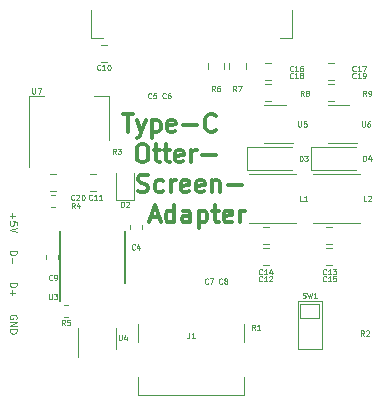
<source format=gto>
G04 #@! TF.GenerationSoftware,KiCad,Pcbnew,5.1.4+dfsg1-1*
G04 #@! TF.CreationDate,2019-12-22T00:43:44+01:00*
G04 #@! TF.ProjectId,USB-C-Screen-Adapter-LDR6023SS,5553422d-432d-4536-9372-65656e2d4164,rev?*
G04 #@! TF.SameCoordinates,Original*
G04 #@! TF.FileFunction,Legend,Top*
G04 #@! TF.FilePolarity,Positive*
%FSLAX46Y46*%
G04 Gerber Fmt 4.6, Leading zero omitted, Abs format (unit mm)*
G04 Created by KiCad (PCBNEW 5.1.4+dfsg1-1) date 2019-12-22 00:43:44*
%MOMM*%
%LPD*%
G04 APERTURE LIST*
%ADD10C,0.100000*%
%ADD11C,0.300000*%
%ADD12C,0.120000*%
%ADD13C,0.150000*%
G04 APERTURE END LIST*
D10*
X100357142Y-120114285D02*
X100357142Y-120571428D01*
X100128571Y-120342857D02*
X100585714Y-120342857D01*
X100728571Y-121142857D02*
X100728571Y-120857142D01*
X100442857Y-120828571D01*
X100471428Y-120857142D01*
X100500000Y-120914285D01*
X100500000Y-121057142D01*
X100471428Y-121114285D01*
X100442857Y-121142857D01*
X100385714Y-121171428D01*
X100242857Y-121171428D01*
X100185714Y-121142857D01*
X100157142Y-121114285D01*
X100128571Y-121057142D01*
X100128571Y-120914285D01*
X100157142Y-120857142D01*
X100185714Y-120828571D01*
X100728571Y-121342857D02*
X100128571Y-121542857D01*
X100728571Y-121742857D01*
X100128571Y-123314285D02*
X100728571Y-123314285D01*
X100728571Y-123457142D01*
X100700000Y-123542857D01*
X100642857Y-123600000D01*
X100585714Y-123628571D01*
X100471428Y-123657142D01*
X100385714Y-123657142D01*
X100271428Y-123628571D01*
X100214285Y-123600000D01*
X100157142Y-123542857D01*
X100128571Y-123457142D01*
X100128571Y-123314285D01*
X100357142Y-123914285D02*
X100357142Y-124371428D01*
X100128571Y-126028571D02*
X100728571Y-126028571D01*
X100728571Y-126171428D01*
X100700000Y-126257142D01*
X100642857Y-126314285D01*
X100585714Y-126342857D01*
X100471428Y-126371428D01*
X100385714Y-126371428D01*
X100271428Y-126342857D01*
X100214285Y-126314285D01*
X100157142Y-126257142D01*
X100128571Y-126171428D01*
X100128571Y-126028571D01*
X100357142Y-126628571D02*
X100357142Y-127085714D01*
X100128571Y-126857142D02*
X100585714Y-126857142D01*
X100700000Y-129057142D02*
X100728571Y-129000000D01*
X100728571Y-128914285D01*
X100700000Y-128828571D01*
X100642857Y-128771428D01*
X100585714Y-128742857D01*
X100471428Y-128714285D01*
X100385714Y-128714285D01*
X100271428Y-128742857D01*
X100214285Y-128771428D01*
X100157142Y-128828571D01*
X100128571Y-128914285D01*
X100128571Y-128971428D01*
X100157142Y-129057142D01*
X100185714Y-129085714D01*
X100385714Y-129085714D01*
X100385714Y-128971428D01*
X100128571Y-129342857D02*
X100728571Y-129342857D01*
X100128571Y-129685714D01*
X100728571Y-129685714D01*
X100128571Y-129971428D02*
X100728571Y-129971428D01*
X100728571Y-130114285D01*
X100700000Y-130200000D01*
X100642857Y-130257142D01*
X100585714Y-130285714D01*
X100471428Y-130314285D01*
X100385714Y-130314285D01*
X100271428Y-130285714D01*
X100214285Y-130257142D01*
X100157142Y-130200000D01*
X100128571Y-130114285D01*
X100128571Y-129971428D01*
D11*
X109700000Y-111753571D02*
X110557142Y-111753571D01*
X110128571Y-113253571D02*
X110128571Y-111753571D01*
X110914285Y-112253571D02*
X111271428Y-113253571D01*
X111628571Y-112253571D02*
X111271428Y-113253571D01*
X111128571Y-113610714D01*
X111057142Y-113682142D01*
X110914285Y-113753571D01*
X112200000Y-112253571D02*
X112200000Y-113753571D01*
X112200000Y-112325000D02*
X112342857Y-112253571D01*
X112628571Y-112253571D01*
X112771428Y-112325000D01*
X112842857Y-112396428D01*
X112914285Y-112539285D01*
X112914285Y-112967857D01*
X112842857Y-113110714D01*
X112771428Y-113182142D01*
X112628571Y-113253571D01*
X112342857Y-113253571D01*
X112200000Y-113182142D01*
X114128571Y-113182142D02*
X113985714Y-113253571D01*
X113700000Y-113253571D01*
X113557142Y-113182142D01*
X113485714Y-113039285D01*
X113485714Y-112467857D01*
X113557142Y-112325000D01*
X113700000Y-112253571D01*
X113985714Y-112253571D01*
X114128571Y-112325000D01*
X114200000Y-112467857D01*
X114200000Y-112610714D01*
X113485714Y-112753571D01*
X114842857Y-112682142D02*
X115985714Y-112682142D01*
X117557142Y-113110714D02*
X117485714Y-113182142D01*
X117271428Y-113253571D01*
X117128571Y-113253571D01*
X116914285Y-113182142D01*
X116771428Y-113039285D01*
X116700000Y-112896428D01*
X116628571Y-112610714D01*
X116628571Y-112396428D01*
X116700000Y-112110714D01*
X116771428Y-111967857D01*
X116914285Y-111825000D01*
X117128571Y-111753571D01*
X117271428Y-111753571D01*
X117485714Y-111825000D01*
X117557142Y-111896428D01*
X111235714Y-114303571D02*
X111521428Y-114303571D01*
X111664285Y-114375000D01*
X111807142Y-114517857D01*
X111878571Y-114803571D01*
X111878571Y-115303571D01*
X111807142Y-115589285D01*
X111664285Y-115732142D01*
X111521428Y-115803571D01*
X111235714Y-115803571D01*
X111092857Y-115732142D01*
X110950000Y-115589285D01*
X110878571Y-115303571D01*
X110878571Y-114803571D01*
X110950000Y-114517857D01*
X111092857Y-114375000D01*
X111235714Y-114303571D01*
X112307142Y-114803571D02*
X112878571Y-114803571D01*
X112521428Y-114303571D02*
X112521428Y-115589285D01*
X112592857Y-115732142D01*
X112735714Y-115803571D01*
X112878571Y-115803571D01*
X113164285Y-114803571D02*
X113735714Y-114803571D01*
X113378571Y-114303571D02*
X113378571Y-115589285D01*
X113450000Y-115732142D01*
X113592857Y-115803571D01*
X113735714Y-115803571D01*
X114807142Y-115732142D02*
X114664285Y-115803571D01*
X114378571Y-115803571D01*
X114235714Y-115732142D01*
X114164285Y-115589285D01*
X114164285Y-115017857D01*
X114235714Y-114875000D01*
X114378571Y-114803571D01*
X114664285Y-114803571D01*
X114807142Y-114875000D01*
X114878571Y-115017857D01*
X114878571Y-115160714D01*
X114164285Y-115303571D01*
X115521428Y-115803571D02*
X115521428Y-114803571D01*
X115521428Y-115089285D02*
X115592857Y-114946428D01*
X115664285Y-114875000D01*
X115807142Y-114803571D01*
X115950000Y-114803571D01*
X116450000Y-115232142D02*
X117592857Y-115232142D01*
X110985714Y-118282142D02*
X111200000Y-118353571D01*
X111557142Y-118353571D01*
X111700000Y-118282142D01*
X111771428Y-118210714D01*
X111842857Y-118067857D01*
X111842857Y-117925000D01*
X111771428Y-117782142D01*
X111700000Y-117710714D01*
X111557142Y-117639285D01*
X111271428Y-117567857D01*
X111128571Y-117496428D01*
X111057142Y-117425000D01*
X110985714Y-117282142D01*
X110985714Y-117139285D01*
X111057142Y-116996428D01*
X111128571Y-116925000D01*
X111271428Y-116853571D01*
X111628571Y-116853571D01*
X111842857Y-116925000D01*
X113128571Y-118282142D02*
X112985714Y-118353571D01*
X112700000Y-118353571D01*
X112557142Y-118282142D01*
X112485714Y-118210714D01*
X112414285Y-118067857D01*
X112414285Y-117639285D01*
X112485714Y-117496428D01*
X112557142Y-117425000D01*
X112700000Y-117353571D01*
X112985714Y-117353571D01*
X113128571Y-117425000D01*
X113771428Y-118353571D02*
X113771428Y-117353571D01*
X113771428Y-117639285D02*
X113842857Y-117496428D01*
X113914285Y-117425000D01*
X114057142Y-117353571D01*
X114200000Y-117353571D01*
X115271428Y-118282142D02*
X115128571Y-118353571D01*
X114842857Y-118353571D01*
X114700000Y-118282142D01*
X114628571Y-118139285D01*
X114628571Y-117567857D01*
X114700000Y-117425000D01*
X114842857Y-117353571D01*
X115128571Y-117353571D01*
X115271428Y-117425000D01*
X115342857Y-117567857D01*
X115342857Y-117710714D01*
X114628571Y-117853571D01*
X116557142Y-118282142D02*
X116414285Y-118353571D01*
X116128571Y-118353571D01*
X115985714Y-118282142D01*
X115914285Y-118139285D01*
X115914285Y-117567857D01*
X115985714Y-117425000D01*
X116128571Y-117353571D01*
X116414285Y-117353571D01*
X116557142Y-117425000D01*
X116628571Y-117567857D01*
X116628571Y-117710714D01*
X115914285Y-117853571D01*
X117271428Y-117353571D02*
X117271428Y-118353571D01*
X117271428Y-117496428D02*
X117342857Y-117425000D01*
X117485714Y-117353571D01*
X117700000Y-117353571D01*
X117842857Y-117425000D01*
X117914285Y-117567857D01*
X117914285Y-118353571D01*
X118628571Y-117782142D02*
X119771428Y-117782142D01*
X112057142Y-120475000D02*
X112771428Y-120475000D01*
X111914285Y-120903571D02*
X112414285Y-119403571D01*
X112914285Y-120903571D01*
X114057142Y-120903571D02*
X114057142Y-119403571D01*
X114057142Y-120832142D02*
X113914285Y-120903571D01*
X113628571Y-120903571D01*
X113485714Y-120832142D01*
X113414285Y-120760714D01*
X113342857Y-120617857D01*
X113342857Y-120189285D01*
X113414285Y-120046428D01*
X113485714Y-119975000D01*
X113628571Y-119903571D01*
X113914285Y-119903571D01*
X114057142Y-119975000D01*
X115414285Y-120903571D02*
X115414285Y-120117857D01*
X115342857Y-119975000D01*
X115200000Y-119903571D01*
X114914285Y-119903571D01*
X114771428Y-119975000D01*
X115414285Y-120832142D02*
X115271428Y-120903571D01*
X114914285Y-120903571D01*
X114771428Y-120832142D01*
X114700000Y-120689285D01*
X114700000Y-120546428D01*
X114771428Y-120403571D01*
X114914285Y-120332142D01*
X115271428Y-120332142D01*
X115414285Y-120260714D01*
X116128571Y-119903571D02*
X116128571Y-121403571D01*
X116128571Y-119975000D02*
X116271428Y-119903571D01*
X116557142Y-119903571D01*
X116700000Y-119975000D01*
X116771428Y-120046428D01*
X116842857Y-120189285D01*
X116842857Y-120617857D01*
X116771428Y-120760714D01*
X116700000Y-120832142D01*
X116557142Y-120903571D01*
X116271428Y-120903571D01*
X116128571Y-120832142D01*
X117271428Y-119903571D02*
X117842857Y-119903571D01*
X117485714Y-119403571D02*
X117485714Y-120689285D01*
X117557142Y-120832142D01*
X117700000Y-120903571D01*
X117842857Y-120903571D01*
X118914285Y-120832142D02*
X118771428Y-120903571D01*
X118485714Y-120903571D01*
X118342857Y-120832142D01*
X118271428Y-120689285D01*
X118271428Y-120117857D01*
X118342857Y-119975000D01*
X118485714Y-119903571D01*
X118771428Y-119903571D01*
X118914285Y-119975000D01*
X118985714Y-120117857D01*
X118985714Y-120260714D01*
X118271428Y-120403571D01*
X119628571Y-120903571D02*
X119628571Y-119903571D01*
X119628571Y-120189285D02*
X119700000Y-120046428D01*
X119771428Y-119975000D01*
X119914285Y-119903571D01*
X120057142Y-119903571D01*
D10*
X124000000Y-105280000D02*
X123000000Y-105280000D01*
X124000000Y-102930000D02*
X124000000Y-105280000D01*
X107000000Y-105280000D02*
X108000000Y-105280000D01*
X107000000Y-102930000D02*
X107000000Y-105280000D01*
D12*
X124750000Y-129000000D02*
X124750000Y-127800000D01*
X126350000Y-129000000D02*
X124750000Y-129000000D01*
X126350000Y-127800000D02*
X126350000Y-129000000D01*
X124750000Y-127800000D02*
X126350000Y-127800000D01*
X124550000Y-131600000D02*
X124550000Y-127600000D01*
X126550000Y-131600000D02*
X124550000Y-131600000D01*
X126550000Y-127600000D02*
X126550000Y-131600000D01*
X124550000Y-127600000D02*
X126550000Y-127600000D01*
X101750000Y-116210000D02*
X101750000Y-110200000D01*
X108570000Y-113960000D02*
X108570000Y-110200000D01*
X101750000Y-110200000D02*
X103010000Y-110200000D01*
X108570000Y-110200000D02*
X107310000Y-110200000D01*
X127100000Y-114210000D02*
X129550000Y-114210000D01*
X128900000Y-110990000D02*
X127100000Y-110990000D01*
X121700000Y-114210000D02*
X124150000Y-114210000D01*
X123500000Y-110990000D02*
X121700000Y-110990000D01*
X105930000Y-129850000D02*
X105930000Y-132300000D01*
X109150000Y-131650000D02*
X109150000Y-129850000D01*
D13*
X104400000Y-127575000D02*
X104400000Y-121600000D01*
X109925000Y-126000000D02*
X109925000Y-121600000D01*
D12*
X118690000Y-107441422D02*
X118690000Y-107958578D01*
X120110000Y-107441422D02*
X120110000Y-107958578D01*
X116890000Y-107441422D02*
X116890000Y-107958578D01*
X118310000Y-107441422D02*
X118310000Y-107958578D01*
X105062779Y-127890000D02*
X104737221Y-127890000D01*
X105062779Y-128910000D02*
X104737221Y-128910000D01*
X103637221Y-119610000D02*
X103962779Y-119610000D01*
X103637221Y-118590000D02*
X103962779Y-118590000D01*
X125800000Y-121000000D02*
X129800000Y-121000000D01*
X125800000Y-116800000D02*
X129800000Y-116800000D01*
X120400000Y-121000000D02*
X124400000Y-121000000D01*
X120400000Y-116800000D02*
X124400000Y-116800000D01*
D10*
X120000000Y-131000000D02*
X120000000Y-129500000D01*
X120000000Y-135500000D02*
X120000000Y-134000000D01*
X111000000Y-135500000D02*
X120000000Y-135500000D01*
X111000000Y-134000000D02*
X111000000Y-135500000D01*
X111000000Y-129500000D02*
X111000000Y-131000000D01*
D12*
X125600000Y-114500000D02*
X129450000Y-114500000D01*
X125600000Y-116500000D02*
X129450000Y-116500000D01*
X125600000Y-114500000D02*
X125600000Y-116500000D01*
X120200000Y-114500000D02*
X124050000Y-114500000D01*
X120200000Y-116500000D02*
X124050000Y-116500000D01*
X120200000Y-114500000D02*
X120200000Y-116500000D01*
X110635000Y-118985000D02*
X110635000Y-116700000D01*
X109165000Y-118985000D02*
X110635000Y-118985000D01*
X109165000Y-116700000D02*
X109165000Y-118985000D01*
X104058578Y-116790000D02*
X103541422Y-116790000D01*
X104058578Y-118210000D02*
X103541422Y-118210000D01*
X127041422Y-110610000D02*
X127558578Y-110610000D01*
X127041422Y-109190000D02*
X127558578Y-109190000D01*
X121741422Y-110610000D02*
X122258578Y-110610000D01*
X121741422Y-109190000D02*
X122258578Y-109190000D01*
X127041422Y-108810000D02*
X127558578Y-108810000D01*
X127041422Y-107390000D02*
X127558578Y-107390000D01*
X121741422Y-108810000D02*
X122258578Y-108810000D01*
X121741422Y-107390000D02*
X122258578Y-107390000D01*
X126941422Y-124510000D02*
X127458578Y-124510000D01*
X126941422Y-123090000D02*
X127458578Y-123090000D01*
X121541422Y-122710000D02*
X122058578Y-122710000D01*
X121541422Y-121290000D02*
X122058578Y-121290000D01*
X126941422Y-122710000D02*
X127458578Y-122710000D01*
X126941422Y-121290000D02*
X127458578Y-121290000D01*
X121541422Y-124510000D02*
X122058578Y-124510000D01*
X121541422Y-123090000D02*
X122058578Y-123090000D01*
X106941422Y-118210000D02*
X107458578Y-118210000D01*
X106941422Y-116790000D02*
X107458578Y-116790000D01*
X108358578Y-105910000D02*
X107841422Y-105910000D01*
X108358578Y-107330000D02*
X107841422Y-107330000D01*
X103240000Y-123687221D02*
X103240000Y-124012779D01*
X104260000Y-123687221D02*
X104260000Y-124012779D01*
X110290000Y-121137221D02*
X110290000Y-121462779D01*
X111310000Y-121137221D02*
X111310000Y-121462779D01*
D10*
X124925000Y-127282142D02*
X124989285Y-127303571D01*
X125096428Y-127303571D01*
X125139285Y-127282142D01*
X125160714Y-127260714D01*
X125182142Y-127217857D01*
X125182142Y-127175000D01*
X125160714Y-127132142D01*
X125139285Y-127110714D01*
X125096428Y-127089285D01*
X125010714Y-127067857D01*
X124967857Y-127046428D01*
X124946428Y-127025000D01*
X124925000Y-126982142D01*
X124925000Y-126939285D01*
X124946428Y-126896428D01*
X124967857Y-126875000D01*
X125010714Y-126853571D01*
X125117857Y-126853571D01*
X125182142Y-126875000D01*
X125332142Y-126853571D02*
X125439285Y-127303571D01*
X125525000Y-126982142D01*
X125610714Y-127303571D01*
X125717857Y-126853571D01*
X126125000Y-127303571D02*
X125867857Y-127303571D01*
X125996428Y-127303571D02*
X125996428Y-126853571D01*
X125953571Y-126917857D01*
X125910714Y-126960714D01*
X125867857Y-126982142D01*
X130325000Y-110203571D02*
X130175000Y-109989285D01*
X130067857Y-110203571D02*
X130067857Y-109753571D01*
X130239285Y-109753571D01*
X130282142Y-109775000D01*
X130303571Y-109796428D01*
X130325000Y-109839285D01*
X130325000Y-109903571D01*
X130303571Y-109946428D01*
X130282142Y-109967857D01*
X130239285Y-109989285D01*
X130067857Y-109989285D01*
X130539285Y-110203571D02*
X130625000Y-110203571D01*
X130667857Y-110182142D01*
X130689285Y-110160714D01*
X130732142Y-110096428D01*
X130753571Y-110010714D01*
X130753571Y-109839285D01*
X130732142Y-109796428D01*
X130710714Y-109775000D01*
X130667857Y-109753571D01*
X130582142Y-109753571D01*
X130539285Y-109775000D01*
X130517857Y-109796428D01*
X130496428Y-109839285D01*
X130496428Y-109946428D01*
X130517857Y-109989285D01*
X130539285Y-110010714D01*
X130582142Y-110032142D01*
X130667857Y-110032142D01*
X130710714Y-110010714D01*
X130732142Y-109989285D01*
X130753571Y-109946428D01*
X125025000Y-110203571D02*
X124875000Y-109989285D01*
X124767857Y-110203571D02*
X124767857Y-109753571D01*
X124939285Y-109753571D01*
X124982142Y-109775000D01*
X125003571Y-109796428D01*
X125025000Y-109839285D01*
X125025000Y-109903571D01*
X125003571Y-109946428D01*
X124982142Y-109967857D01*
X124939285Y-109989285D01*
X124767857Y-109989285D01*
X125282142Y-109946428D02*
X125239285Y-109925000D01*
X125217857Y-109903571D01*
X125196428Y-109860714D01*
X125196428Y-109839285D01*
X125217857Y-109796428D01*
X125239285Y-109775000D01*
X125282142Y-109753571D01*
X125367857Y-109753571D01*
X125410714Y-109775000D01*
X125432142Y-109796428D01*
X125453571Y-109839285D01*
X125453571Y-109860714D01*
X125432142Y-109903571D01*
X125410714Y-109925000D01*
X125367857Y-109946428D01*
X125282142Y-109946428D01*
X125239285Y-109967857D01*
X125217857Y-109989285D01*
X125196428Y-110032142D01*
X125196428Y-110117857D01*
X125217857Y-110160714D01*
X125239285Y-110182142D01*
X125282142Y-110203571D01*
X125367857Y-110203571D01*
X125410714Y-110182142D01*
X125432142Y-110160714D01*
X125453571Y-110117857D01*
X125453571Y-110032142D01*
X125432142Y-109989285D01*
X125410714Y-109967857D01*
X125367857Y-109946428D01*
X130125000Y-130503571D02*
X129975000Y-130289285D01*
X129867857Y-130503571D02*
X129867857Y-130053571D01*
X130039285Y-130053571D01*
X130082142Y-130075000D01*
X130103571Y-130096428D01*
X130125000Y-130139285D01*
X130125000Y-130203571D01*
X130103571Y-130246428D01*
X130082142Y-130267857D01*
X130039285Y-130289285D01*
X129867857Y-130289285D01*
X130296428Y-130096428D02*
X130317857Y-130075000D01*
X130360714Y-130053571D01*
X130467857Y-130053571D01*
X130510714Y-130075000D01*
X130532142Y-130096428D01*
X130553571Y-130139285D01*
X130553571Y-130182142D01*
X130532142Y-130246428D01*
X130275000Y-130503571D01*
X130553571Y-130503571D01*
X120925000Y-130003571D02*
X120775000Y-129789285D01*
X120667857Y-130003571D02*
X120667857Y-129553571D01*
X120839285Y-129553571D01*
X120882142Y-129575000D01*
X120903571Y-129596428D01*
X120925000Y-129639285D01*
X120925000Y-129703571D01*
X120903571Y-129746428D01*
X120882142Y-129767857D01*
X120839285Y-129789285D01*
X120667857Y-129789285D01*
X121353571Y-130003571D02*
X121096428Y-130003571D01*
X121225000Y-130003571D02*
X121225000Y-129553571D01*
X121182142Y-129617857D01*
X121139285Y-129660714D01*
X121096428Y-129682142D01*
X102057142Y-109553571D02*
X102057142Y-109917857D01*
X102078571Y-109960714D01*
X102100000Y-109982142D01*
X102142857Y-110003571D01*
X102228571Y-110003571D01*
X102271428Y-109982142D01*
X102292857Y-109960714D01*
X102314285Y-109917857D01*
X102314285Y-109553571D01*
X102485714Y-109553571D02*
X102785714Y-109553571D01*
X102592857Y-110003571D01*
X129957142Y-112353571D02*
X129957142Y-112717857D01*
X129978571Y-112760714D01*
X130000000Y-112782142D01*
X130042857Y-112803571D01*
X130128571Y-112803571D01*
X130171428Y-112782142D01*
X130192857Y-112760714D01*
X130214285Y-112717857D01*
X130214285Y-112353571D01*
X130621428Y-112353571D02*
X130535714Y-112353571D01*
X130492857Y-112375000D01*
X130471428Y-112396428D01*
X130428571Y-112460714D01*
X130407142Y-112546428D01*
X130407142Y-112717857D01*
X130428571Y-112760714D01*
X130450000Y-112782142D01*
X130492857Y-112803571D01*
X130578571Y-112803571D01*
X130621428Y-112782142D01*
X130642857Y-112760714D01*
X130664285Y-112717857D01*
X130664285Y-112610714D01*
X130642857Y-112567857D01*
X130621428Y-112546428D01*
X130578571Y-112525000D01*
X130492857Y-112525000D01*
X130450000Y-112546428D01*
X130428571Y-112567857D01*
X130407142Y-112610714D01*
X124557142Y-112353571D02*
X124557142Y-112717857D01*
X124578571Y-112760714D01*
X124600000Y-112782142D01*
X124642857Y-112803571D01*
X124728571Y-112803571D01*
X124771428Y-112782142D01*
X124792857Y-112760714D01*
X124814285Y-112717857D01*
X124814285Y-112353571D01*
X125242857Y-112353571D02*
X125028571Y-112353571D01*
X125007142Y-112567857D01*
X125028571Y-112546428D01*
X125071428Y-112525000D01*
X125178571Y-112525000D01*
X125221428Y-112546428D01*
X125242857Y-112567857D01*
X125264285Y-112610714D01*
X125264285Y-112717857D01*
X125242857Y-112760714D01*
X125221428Y-112782142D01*
X125178571Y-112803571D01*
X125071428Y-112803571D01*
X125028571Y-112782142D01*
X125007142Y-112760714D01*
X109357142Y-130453571D02*
X109357142Y-130817857D01*
X109378571Y-130860714D01*
X109400000Y-130882142D01*
X109442857Y-130903571D01*
X109528571Y-130903571D01*
X109571428Y-130882142D01*
X109592857Y-130860714D01*
X109614285Y-130817857D01*
X109614285Y-130453571D01*
X110021428Y-130603571D02*
X110021428Y-130903571D01*
X109914285Y-130432142D02*
X109807142Y-130753571D01*
X110085714Y-130753571D01*
X103457142Y-126953571D02*
X103457142Y-127317857D01*
X103478571Y-127360714D01*
X103500000Y-127382142D01*
X103542857Y-127403571D01*
X103628571Y-127403571D01*
X103671428Y-127382142D01*
X103692857Y-127360714D01*
X103714285Y-127317857D01*
X103714285Y-126953571D01*
X103885714Y-126953571D02*
X104164285Y-126953571D01*
X104014285Y-127125000D01*
X104078571Y-127125000D01*
X104121428Y-127146428D01*
X104142857Y-127167857D01*
X104164285Y-127210714D01*
X104164285Y-127317857D01*
X104142857Y-127360714D01*
X104121428Y-127382142D01*
X104078571Y-127403571D01*
X103950000Y-127403571D01*
X103907142Y-127382142D01*
X103885714Y-127360714D01*
X119325000Y-109803571D02*
X119175000Y-109589285D01*
X119067857Y-109803571D02*
X119067857Y-109353571D01*
X119239285Y-109353571D01*
X119282142Y-109375000D01*
X119303571Y-109396428D01*
X119325000Y-109439285D01*
X119325000Y-109503571D01*
X119303571Y-109546428D01*
X119282142Y-109567857D01*
X119239285Y-109589285D01*
X119067857Y-109589285D01*
X119475000Y-109353571D02*
X119775000Y-109353571D01*
X119582142Y-109803571D01*
X117525000Y-109803571D02*
X117375000Y-109589285D01*
X117267857Y-109803571D02*
X117267857Y-109353571D01*
X117439285Y-109353571D01*
X117482142Y-109375000D01*
X117503571Y-109396428D01*
X117525000Y-109439285D01*
X117525000Y-109503571D01*
X117503571Y-109546428D01*
X117482142Y-109567857D01*
X117439285Y-109589285D01*
X117267857Y-109589285D01*
X117910714Y-109353571D02*
X117825000Y-109353571D01*
X117782142Y-109375000D01*
X117760714Y-109396428D01*
X117717857Y-109460714D01*
X117696428Y-109546428D01*
X117696428Y-109717857D01*
X117717857Y-109760714D01*
X117739285Y-109782142D01*
X117782142Y-109803571D01*
X117867857Y-109803571D01*
X117910714Y-109782142D01*
X117932142Y-109760714D01*
X117953571Y-109717857D01*
X117953571Y-109610714D01*
X117932142Y-109567857D01*
X117910714Y-109546428D01*
X117867857Y-109525000D01*
X117782142Y-109525000D01*
X117739285Y-109546428D01*
X117717857Y-109567857D01*
X117696428Y-109610714D01*
X104825000Y-129603571D02*
X104675000Y-129389285D01*
X104567857Y-129603571D02*
X104567857Y-129153571D01*
X104739285Y-129153571D01*
X104782142Y-129175000D01*
X104803571Y-129196428D01*
X104825000Y-129239285D01*
X104825000Y-129303571D01*
X104803571Y-129346428D01*
X104782142Y-129367857D01*
X104739285Y-129389285D01*
X104567857Y-129389285D01*
X105232142Y-129153571D02*
X105017857Y-129153571D01*
X104996428Y-129367857D01*
X105017857Y-129346428D01*
X105060714Y-129325000D01*
X105167857Y-129325000D01*
X105210714Y-129346428D01*
X105232142Y-129367857D01*
X105253571Y-129410714D01*
X105253571Y-129517857D01*
X105232142Y-129560714D01*
X105210714Y-129582142D01*
X105167857Y-129603571D01*
X105060714Y-129603571D01*
X105017857Y-129582142D01*
X104996428Y-129560714D01*
X105625000Y-119703571D02*
X105475000Y-119489285D01*
X105367857Y-119703571D02*
X105367857Y-119253571D01*
X105539285Y-119253571D01*
X105582142Y-119275000D01*
X105603571Y-119296428D01*
X105625000Y-119339285D01*
X105625000Y-119403571D01*
X105603571Y-119446428D01*
X105582142Y-119467857D01*
X105539285Y-119489285D01*
X105367857Y-119489285D01*
X106010714Y-119403571D02*
X106010714Y-119703571D01*
X105903571Y-119232142D02*
X105796428Y-119553571D01*
X106075000Y-119553571D01*
X109125000Y-115103571D02*
X108975000Y-114889285D01*
X108867857Y-115103571D02*
X108867857Y-114653571D01*
X109039285Y-114653571D01*
X109082142Y-114675000D01*
X109103571Y-114696428D01*
X109125000Y-114739285D01*
X109125000Y-114803571D01*
X109103571Y-114846428D01*
X109082142Y-114867857D01*
X109039285Y-114889285D01*
X108867857Y-114889285D01*
X109275000Y-114653571D02*
X109553571Y-114653571D01*
X109403571Y-114825000D01*
X109467857Y-114825000D01*
X109510714Y-114846428D01*
X109532142Y-114867857D01*
X109553571Y-114910714D01*
X109553571Y-115017857D01*
X109532142Y-115060714D01*
X109510714Y-115082142D01*
X109467857Y-115103571D01*
X109339285Y-115103571D01*
X109296428Y-115082142D01*
X109275000Y-115060714D01*
X130325000Y-119103571D02*
X130110714Y-119103571D01*
X130110714Y-118653571D01*
X130453571Y-118696428D02*
X130475000Y-118675000D01*
X130517857Y-118653571D01*
X130625000Y-118653571D01*
X130667857Y-118675000D01*
X130689285Y-118696428D01*
X130710714Y-118739285D01*
X130710714Y-118782142D01*
X130689285Y-118846428D01*
X130432142Y-119103571D01*
X130710714Y-119103571D01*
X124925000Y-119103571D02*
X124710714Y-119103571D01*
X124710714Y-118653571D01*
X125310714Y-119103571D02*
X125053571Y-119103571D01*
X125182142Y-119103571D02*
X125182142Y-118653571D01*
X125139285Y-118717857D01*
X125096428Y-118760714D01*
X125053571Y-118782142D01*
X115350000Y-130253571D02*
X115350000Y-130575000D01*
X115328571Y-130639285D01*
X115285714Y-130682142D01*
X115221428Y-130703571D01*
X115178571Y-130703571D01*
X115800000Y-130703571D02*
X115542857Y-130703571D01*
X115671428Y-130703571D02*
X115671428Y-130253571D01*
X115628571Y-130317857D01*
X115585714Y-130360714D01*
X115542857Y-130382142D01*
X130067857Y-115703571D02*
X130067857Y-115253571D01*
X130175000Y-115253571D01*
X130239285Y-115275000D01*
X130282142Y-115317857D01*
X130303571Y-115360714D01*
X130325000Y-115446428D01*
X130325000Y-115510714D01*
X130303571Y-115596428D01*
X130282142Y-115639285D01*
X130239285Y-115682142D01*
X130175000Y-115703571D01*
X130067857Y-115703571D01*
X130710714Y-115403571D02*
X130710714Y-115703571D01*
X130603571Y-115232142D02*
X130496428Y-115553571D01*
X130775000Y-115553571D01*
X124667857Y-115703571D02*
X124667857Y-115253571D01*
X124775000Y-115253571D01*
X124839285Y-115275000D01*
X124882142Y-115317857D01*
X124903571Y-115360714D01*
X124925000Y-115446428D01*
X124925000Y-115510714D01*
X124903571Y-115596428D01*
X124882142Y-115639285D01*
X124839285Y-115682142D01*
X124775000Y-115703571D01*
X124667857Y-115703571D01*
X125075000Y-115253571D02*
X125353571Y-115253571D01*
X125203571Y-115425000D01*
X125267857Y-115425000D01*
X125310714Y-115446428D01*
X125332142Y-115467857D01*
X125353571Y-115510714D01*
X125353571Y-115617857D01*
X125332142Y-115660714D01*
X125310714Y-115682142D01*
X125267857Y-115703571D01*
X125139285Y-115703571D01*
X125096428Y-115682142D01*
X125075000Y-115660714D01*
X109567857Y-119603571D02*
X109567857Y-119153571D01*
X109675000Y-119153571D01*
X109739285Y-119175000D01*
X109782142Y-119217857D01*
X109803571Y-119260714D01*
X109825000Y-119346428D01*
X109825000Y-119410714D01*
X109803571Y-119496428D01*
X109782142Y-119539285D01*
X109739285Y-119582142D01*
X109675000Y-119603571D01*
X109567857Y-119603571D01*
X109996428Y-119196428D02*
X110017857Y-119175000D01*
X110060714Y-119153571D01*
X110167857Y-119153571D01*
X110210714Y-119175000D01*
X110232142Y-119196428D01*
X110253571Y-119239285D01*
X110253571Y-119282142D01*
X110232142Y-119346428D01*
X109975000Y-119603571D01*
X110253571Y-119603571D01*
X105610714Y-118960714D02*
X105589285Y-118982142D01*
X105525000Y-119003571D01*
X105482142Y-119003571D01*
X105417857Y-118982142D01*
X105375000Y-118939285D01*
X105353571Y-118896428D01*
X105332142Y-118810714D01*
X105332142Y-118746428D01*
X105353571Y-118660714D01*
X105375000Y-118617857D01*
X105417857Y-118575000D01*
X105482142Y-118553571D01*
X105525000Y-118553571D01*
X105589285Y-118575000D01*
X105610714Y-118596428D01*
X105782142Y-118596428D02*
X105803571Y-118575000D01*
X105846428Y-118553571D01*
X105953571Y-118553571D01*
X105996428Y-118575000D01*
X106017857Y-118596428D01*
X106039285Y-118639285D01*
X106039285Y-118682142D01*
X106017857Y-118746428D01*
X105760714Y-119003571D01*
X106039285Y-119003571D01*
X106317857Y-118553571D02*
X106360714Y-118553571D01*
X106403571Y-118575000D01*
X106425000Y-118596428D01*
X106446428Y-118639285D01*
X106467857Y-118725000D01*
X106467857Y-118832142D01*
X106446428Y-118917857D01*
X106425000Y-118960714D01*
X106403571Y-118982142D01*
X106360714Y-119003571D01*
X106317857Y-119003571D01*
X106275000Y-118982142D01*
X106253571Y-118960714D01*
X106232142Y-118917857D01*
X106210714Y-118832142D01*
X106210714Y-118725000D01*
X106232142Y-118639285D01*
X106253571Y-118596428D01*
X106275000Y-118575000D01*
X106317857Y-118553571D01*
X129410714Y-108660714D02*
X129389285Y-108682142D01*
X129325000Y-108703571D01*
X129282142Y-108703571D01*
X129217857Y-108682142D01*
X129175000Y-108639285D01*
X129153571Y-108596428D01*
X129132142Y-108510714D01*
X129132142Y-108446428D01*
X129153571Y-108360714D01*
X129175000Y-108317857D01*
X129217857Y-108275000D01*
X129282142Y-108253571D01*
X129325000Y-108253571D01*
X129389285Y-108275000D01*
X129410714Y-108296428D01*
X129839285Y-108703571D02*
X129582142Y-108703571D01*
X129710714Y-108703571D02*
X129710714Y-108253571D01*
X129667857Y-108317857D01*
X129625000Y-108360714D01*
X129582142Y-108382142D01*
X130053571Y-108703571D02*
X130139285Y-108703571D01*
X130182142Y-108682142D01*
X130203571Y-108660714D01*
X130246428Y-108596428D01*
X130267857Y-108510714D01*
X130267857Y-108339285D01*
X130246428Y-108296428D01*
X130225000Y-108275000D01*
X130182142Y-108253571D01*
X130096428Y-108253571D01*
X130053571Y-108275000D01*
X130032142Y-108296428D01*
X130010714Y-108339285D01*
X130010714Y-108446428D01*
X130032142Y-108489285D01*
X130053571Y-108510714D01*
X130096428Y-108532142D01*
X130182142Y-108532142D01*
X130225000Y-108510714D01*
X130246428Y-108489285D01*
X130267857Y-108446428D01*
X124110714Y-108660714D02*
X124089285Y-108682142D01*
X124025000Y-108703571D01*
X123982142Y-108703571D01*
X123917857Y-108682142D01*
X123875000Y-108639285D01*
X123853571Y-108596428D01*
X123832142Y-108510714D01*
X123832142Y-108446428D01*
X123853571Y-108360714D01*
X123875000Y-108317857D01*
X123917857Y-108275000D01*
X123982142Y-108253571D01*
X124025000Y-108253571D01*
X124089285Y-108275000D01*
X124110714Y-108296428D01*
X124539285Y-108703571D02*
X124282142Y-108703571D01*
X124410714Y-108703571D02*
X124410714Y-108253571D01*
X124367857Y-108317857D01*
X124325000Y-108360714D01*
X124282142Y-108382142D01*
X124796428Y-108446428D02*
X124753571Y-108425000D01*
X124732142Y-108403571D01*
X124710714Y-108360714D01*
X124710714Y-108339285D01*
X124732142Y-108296428D01*
X124753571Y-108275000D01*
X124796428Y-108253571D01*
X124882142Y-108253571D01*
X124925000Y-108275000D01*
X124946428Y-108296428D01*
X124967857Y-108339285D01*
X124967857Y-108360714D01*
X124946428Y-108403571D01*
X124925000Y-108425000D01*
X124882142Y-108446428D01*
X124796428Y-108446428D01*
X124753571Y-108467857D01*
X124732142Y-108489285D01*
X124710714Y-108532142D01*
X124710714Y-108617857D01*
X124732142Y-108660714D01*
X124753571Y-108682142D01*
X124796428Y-108703571D01*
X124882142Y-108703571D01*
X124925000Y-108682142D01*
X124946428Y-108660714D01*
X124967857Y-108617857D01*
X124967857Y-108532142D01*
X124946428Y-108489285D01*
X124925000Y-108467857D01*
X124882142Y-108446428D01*
X129410714Y-108060714D02*
X129389285Y-108082142D01*
X129325000Y-108103571D01*
X129282142Y-108103571D01*
X129217857Y-108082142D01*
X129175000Y-108039285D01*
X129153571Y-107996428D01*
X129132142Y-107910714D01*
X129132142Y-107846428D01*
X129153571Y-107760714D01*
X129175000Y-107717857D01*
X129217857Y-107675000D01*
X129282142Y-107653571D01*
X129325000Y-107653571D01*
X129389285Y-107675000D01*
X129410714Y-107696428D01*
X129839285Y-108103571D02*
X129582142Y-108103571D01*
X129710714Y-108103571D02*
X129710714Y-107653571D01*
X129667857Y-107717857D01*
X129625000Y-107760714D01*
X129582142Y-107782142D01*
X129989285Y-107653571D02*
X130289285Y-107653571D01*
X130096428Y-108103571D01*
X124110714Y-108060714D02*
X124089285Y-108082142D01*
X124025000Y-108103571D01*
X123982142Y-108103571D01*
X123917857Y-108082142D01*
X123875000Y-108039285D01*
X123853571Y-107996428D01*
X123832142Y-107910714D01*
X123832142Y-107846428D01*
X123853571Y-107760714D01*
X123875000Y-107717857D01*
X123917857Y-107675000D01*
X123982142Y-107653571D01*
X124025000Y-107653571D01*
X124089285Y-107675000D01*
X124110714Y-107696428D01*
X124539285Y-108103571D02*
X124282142Y-108103571D01*
X124410714Y-108103571D02*
X124410714Y-107653571D01*
X124367857Y-107717857D01*
X124325000Y-107760714D01*
X124282142Y-107782142D01*
X124925000Y-107653571D02*
X124839285Y-107653571D01*
X124796428Y-107675000D01*
X124775000Y-107696428D01*
X124732142Y-107760714D01*
X124710714Y-107846428D01*
X124710714Y-108017857D01*
X124732142Y-108060714D01*
X124753571Y-108082142D01*
X124796428Y-108103571D01*
X124882142Y-108103571D01*
X124925000Y-108082142D01*
X124946428Y-108060714D01*
X124967857Y-108017857D01*
X124967857Y-107910714D01*
X124946428Y-107867857D01*
X124925000Y-107846428D01*
X124882142Y-107825000D01*
X124796428Y-107825000D01*
X124753571Y-107846428D01*
X124732142Y-107867857D01*
X124710714Y-107910714D01*
X126910714Y-125860714D02*
X126889285Y-125882142D01*
X126825000Y-125903571D01*
X126782142Y-125903571D01*
X126717857Y-125882142D01*
X126675000Y-125839285D01*
X126653571Y-125796428D01*
X126632142Y-125710714D01*
X126632142Y-125646428D01*
X126653571Y-125560714D01*
X126675000Y-125517857D01*
X126717857Y-125475000D01*
X126782142Y-125453571D01*
X126825000Y-125453571D01*
X126889285Y-125475000D01*
X126910714Y-125496428D01*
X127339285Y-125903571D02*
X127082142Y-125903571D01*
X127210714Y-125903571D02*
X127210714Y-125453571D01*
X127167857Y-125517857D01*
X127125000Y-125560714D01*
X127082142Y-125582142D01*
X127746428Y-125453571D02*
X127532142Y-125453571D01*
X127510714Y-125667857D01*
X127532142Y-125646428D01*
X127575000Y-125625000D01*
X127682142Y-125625000D01*
X127725000Y-125646428D01*
X127746428Y-125667857D01*
X127767857Y-125710714D01*
X127767857Y-125817857D01*
X127746428Y-125860714D01*
X127725000Y-125882142D01*
X127682142Y-125903571D01*
X127575000Y-125903571D01*
X127532142Y-125882142D01*
X127510714Y-125860714D01*
X121510714Y-125260714D02*
X121489285Y-125282142D01*
X121425000Y-125303571D01*
X121382142Y-125303571D01*
X121317857Y-125282142D01*
X121275000Y-125239285D01*
X121253571Y-125196428D01*
X121232142Y-125110714D01*
X121232142Y-125046428D01*
X121253571Y-124960714D01*
X121275000Y-124917857D01*
X121317857Y-124875000D01*
X121382142Y-124853571D01*
X121425000Y-124853571D01*
X121489285Y-124875000D01*
X121510714Y-124896428D01*
X121939285Y-125303571D02*
X121682142Y-125303571D01*
X121810714Y-125303571D02*
X121810714Y-124853571D01*
X121767857Y-124917857D01*
X121725000Y-124960714D01*
X121682142Y-124982142D01*
X122325000Y-125003571D02*
X122325000Y-125303571D01*
X122217857Y-124832142D02*
X122110714Y-125153571D01*
X122389285Y-125153571D01*
X126910714Y-125260714D02*
X126889285Y-125282142D01*
X126825000Y-125303571D01*
X126782142Y-125303571D01*
X126717857Y-125282142D01*
X126675000Y-125239285D01*
X126653571Y-125196428D01*
X126632142Y-125110714D01*
X126632142Y-125046428D01*
X126653571Y-124960714D01*
X126675000Y-124917857D01*
X126717857Y-124875000D01*
X126782142Y-124853571D01*
X126825000Y-124853571D01*
X126889285Y-124875000D01*
X126910714Y-124896428D01*
X127339285Y-125303571D02*
X127082142Y-125303571D01*
X127210714Y-125303571D02*
X127210714Y-124853571D01*
X127167857Y-124917857D01*
X127125000Y-124960714D01*
X127082142Y-124982142D01*
X127489285Y-124853571D02*
X127767857Y-124853571D01*
X127617857Y-125025000D01*
X127682142Y-125025000D01*
X127725000Y-125046428D01*
X127746428Y-125067857D01*
X127767857Y-125110714D01*
X127767857Y-125217857D01*
X127746428Y-125260714D01*
X127725000Y-125282142D01*
X127682142Y-125303571D01*
X127553571Y-125303571D01*
X127510714Y-125282142D01*
X127489285Y-125260714D01*
X121510714Y-125860714D02*
X121489285Y-125882142D01*
X121425000Y-125903571D01*
X121382142Y-125903571D01*
X121317857Y-125882142D01*
X121275000Y-125839285D01*
X121253571Y-125796428D01*
X121232142Y-125710714D01*
X121232142Y-125646428D01*
X121253571Y-125560714D01*
X121275000Y-125517857D01*
X121317857Y-125475000D01*
X121382142Y-125453571D01*
X121425000Y-125453571D01*
X121489285Y-125475000D01*
X121510714Y-125496428D01*
X121939285Y-125903571D02*
X121682142Y-125903571D01*
X121810714Y-125903571D02*
X121810714Y-125453571D01*
X121767857Y-125517857D01*
X121725000Y-125560714D01*
X121682142Y-125582142D01*
X122110714Y-125496428D02*
X122132142Y-125475000D01*
X122175000Y-125453571D01*
X122282142Y-125453571D01*
X122325000Y-125475000D01*
X122346428Y-125496428D01*
X122367857Y-125539285D01*
X122367857Y-125582142D01*
X122346428Y-125646428D01*
X122089285Y-125903571D01*
X122367857Y-125903571D01*
X107110714Y-118960714D02*
X107089285Y-118982142D01*
X107025000Y-119003571D01*
X106982142Y-119003571D01*
X106917857Y-118982142D01*
X106875000Y-118939285D01*
X106853571Y-118896428D01*
X106832142Y-118810714D01*
X106832142Y-118746428D01*
X106853571Y-118660714D01*
X106875000Y-118617857D01*
X106917857Y-118575000D01*
X106982142Y-118553571D01*
X107025000Y-118553571D01*
X107089285Y-118575000D01*
X107110714Y-118596428D01*
X107539285Y-119003571D02*
X107282142Y-119003571D01*
X107410714Y-119003571D02*
X107410714Y-118553571D01*
X107367857Y-118617857D01*
X107325000Y-118660714D01*
X107282142Y-118682142D01*
X107967857Y-119003571D02*
X107710714Y-119003571D01*
X107839285Y-119003571D02*
X107839285Y-118553571D01*
X107796428Y-118617857D01*
X107753571Y-118660714D01*
X107710714Y-118682142D01*
X107810714Y-107960714D02*
X107789285Y-107982142D01*
X107725000Y-108003571D01*
X107682142Y-108003571D01*
X107617857Y-107982142D01*
X107575000Y-107939285D01*
X107553571Y-107896428D01*
X107532142Y-107810714D01*
X107532142Y-107746428D01*
X107553571Y-107660714D01*
X107575000Y-107617857D01*
X107617857Y-107575000D01*
X107682142Y-107553571D01*
X107725000Y-107553571D01*
X107789285Y-107575000D01*
X107810714Y-107596428D01*
X108239285Y-108003571D02*
X107982142Y-108003571D01*
X108110714Y-108003571D02*
X108110714Y-107553571D01*
X108067857Y-107617857D01*
X108025000Y-107660714D01*
X107982142Y-107682142D01*
X108517857Y-107553571D02*
X108560714Y-107553571D01*
X108603571Y-107575000D01*
X108625000Y-107596428D01*
X108646428Y-107639285D01*
X108667857Y-107725000D01*
X108667857Y-107832142D01*
X108646428Y-107917857D01*
X108625000Y-107960714D01*
X108603571Y-107982142D01*
X108560714Y-108003571D01*
X108517857Y-108003571D01*
X108475000Y-107982142D01*
X108453571Y-107960714D01*
X108432142Y-107917857D01*
X108410714Y-107832142D01*
X108410714Y-107725000D01*
X108432142Y-107639285D01*
X108453571Y-107596428D01*
X108475000Y-107575000D01*
X108517857Y-107553571D01*
X103725000Y-125760714D02*
X103703571Y-125782142D01*
X103639285Y-125803571D01*
X103596428Y-125803571D01*
X103532142Y-125782142D01*
X103489285Y-125739285D01*
X103467857Y-125696428D01*
X103446428Y-125610714D01*
X103446428Y-125546428D01*
X103467857Y-125460714D01*
X103489285Y-125417857D01*
X103532142Y-125375000D01*
X103596428Y-125353571D01*
X103639285Y-125353571D01*
X103703571Y-125375000D01*
X103725000Y-125396428D01*
X103939285Y-125803571D02*
X104025000Y-125803571D01*
X104067857Y-125782142D01*
X104089285Y-125760714D01*
X104132142Y-125696428D01*
X104153571Y-125610714D01*
X104153571Y-125439285D01*
X104132142Y-125396428D01*
X104110714Y-125375000D01*
X104067857Y-125353571D01*
X103982142Y-125353571D01*
X103939285Y-125375000D01*
X103917857Y-125396428D01*
X103896428Y-125439285D01*
X103896428Y-125546428D01*
X103917857Y-125589285D01*
X103939285Y-125610714D01*
X103982142Y-125632142D01*
X104067857Y-125632142D01*
X104110714Y-125610714D01*
X104132142Y-125589285D01*
X104153571Y-125546428D01*
X118125000Y-126060714D02*
X118103571Y-126082142D01*
X118039285Y-126103571D01*
X117996428Y-126103571D01*
X117932142Y-126082142D01*
X117889285Y-126039285D01*
X117867857Y-125996428D01*
X117846428Y-125910714D01*
X117846428Y-125846428D01*
X117867857Y-125760714D01*
X117889285Y-125717857D01*
X117932142Y-125675000D01*
X117996428Y-125653571D01*
X118039285Y-125653571D01*
X118103571Y-125675000D01*
X118125000Y-125696428D01*
X118382142Y-125846428D02*
X118339285Y-125825000D01*
X118317857Y-125803571D01*
X118296428Y-125760714D01*
X118296428Y-125739285D01*
X118317857Y-125696428D01*
X118339285Y-125675000D01*
X118382142Y-125653571D01*
X118467857Y-125653571D01*
X118510714Y-125675000D01*
X118532142Y-125696428D01*
X118553571Y-125739285D01*
X118553571Y-125760714D01*
X118532142Y-125803571D01*
X118510714Y-125825000D01*
X118467857Y-125846428D01*
X118382142Y-125846428D01*
X118339285Y-125867857D01*
X118317857Y-125889285D01*
X118296428Y-125932142D01*
X118296428Y-126017857D01*
X118317857Y-126060714D01*
X118339285Y-126082142D01*
X118382142Y-126103571D01*
X118467857Y-126103571D01*
X118510714Y-126082142D01*
X118532142Y-126060714D01*
X118553571Y-126017857D01*
X118553571Y-125932142D01*
X118532142Y-125889285D01*
X118510714Y-125867857D01*
X118467857Y-125846428D01*
X116925000Y-126060714D02*
X116903571Y-126082142D01*
X116839285Y-126103571D01*
X116796428Y-126103571D01*
X116732142Y-126082142D01*
X116689285Y-126039285D01*
X116667857Y-125996428D01*
X116646428Y-125910714D01*
X116646428Y-125846428D01*
X116667857Y-125760714D01*
X116689285Y-125717857D01*
X116732142Y-125675000D01*
X116796428Y-125653571D01*
X116839285Y-125653571D01*
X116903571Y-125675000D01*
X116925000Y-125696428D01*
X117075000Y-125653571D02*
X117375000Y-125653571D01*
X117182142Y-126103571D01*
X113325000Y-110360714D02*
X113303571Y-110382142D01*
X113239285Y-110403571D01*
X113196428Y-110403571D01*
X113132142Y-110382142D01*
X113089285Y-110339285D01*
X113067857Y-110296428D01*
X113046428Y-110210714D01*
X113046428Y-110146428D01*
X113067857Y-110060714D01*
X113089285Y-110017857D01*
X113132142Y-109975000D01*
X113196428Y-109953571D01*
X113239285Y-109953571D01*
X113303571Y-109975000D01*
X113325000Y-109996428D01*
X113710714Y-109953571D02*
X113625000Y-109953571D01*
X113582142Y-109975000D01*
X113560714Y-109996428D01*
X113517857Y-110060714D01*
X113496428Y-110146428D01*
X113496428Y-110317857D01*
X113517857Y-110360714D01*
X113539285Y-110382142D01*
X113582142Y-110403571D01*
X113667857Y-110403571D01*
X113710714Y-110382142D01*
X113732142Y-110360714D01*
X113753571Y-110317857D01*
X113753571Y-110210714D01*
X113732142Y-110167857D01*
X113710714Y-110146428D01*
X113667857Y-110125000D01*
X113582142Y-110125000D01*
X113539285Y-110146428D01*
X113517857Y-110167857D01*
X113496428Y-110210714D01*
X112125000Y-110360714D02*
X112103571Y-110382142D01*
X112039285Y-110403571D01*
X111996428Y-110403571D01*
X111932142Y-110382142D01*
X111889285Y-110339285D01*
X111867857Y-110296428D01*
X111846428Y-110210714D01*
X111846428Y-110146428D01*
X111867857Y-110060714D01*
X111889285Y-110017857D01*
X111932142Y-109975000D01*
X111996428Y-109953571D01*
X112039285Y-109953571D01*
X112103571Y-109975000D01*
X112125000Y-109996428D01*
X112532142Y-109953571D02*
X112317857Y-109953571D01*
X112296428Y-110167857D01*
X112317857Y-110146428D01*
X112360714Y-110125000D01*
X112467857Y-110125000D01*
X112510714Y-110146428D01*
X112532142Y-110167857D01*
X112553571Y-110210714D01*
X112553571Y-110317857D01*
X112532142Y-110360714D01*
X112510714Y-110382142D01*
X112467857Y-110403571D01*
X112360714Y-110403571D01*
X112317857Y-110382142D01*
X112296428Y-110360714D01*
X110725000Y-123160714D02*
X110703571Y-123182142D01*
X110639285Y-123203571D01*
X110596428Y-123203571D01*
X110532142Y-123182142D01*
X110489285Y-123139285D01*
X110467857Y-123096428D01*
X110446428Y-123010714D01*
X110446428Y-122946428D01*
X110467857Y-122860714D01*
X110489285Y-122817857D01*
X110532142Y-122775000D01*
X110596428Y-122753571D01*
X110639285Y-122753571D01*
X110703571Y-122775000D01*
X110725000Y-122796428D01*
X111110714Y-122903571D02*
X111110714Y-123203571D01*
X111003571Y-122732142D02*
X110896428Y-123053571D01*
X111175000Y-123053571D01*
M02*

</source>
